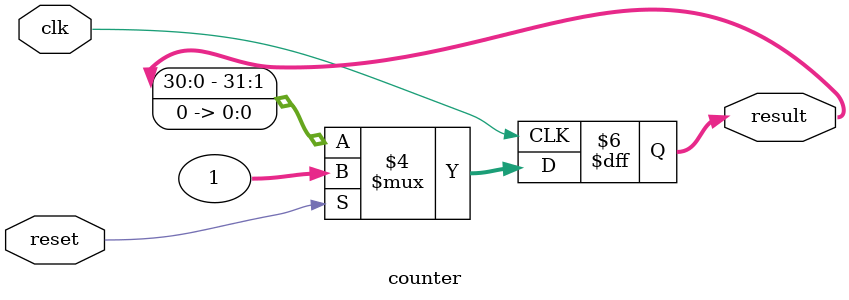
<source format=v>
module counter (
	input clk,
	input reset,
	output reg [31:0] result
);

always@(posedge clk)
	if(reset)
		result <= 1;
	else
		result <= result << 1;

endmodule
	

</source>
